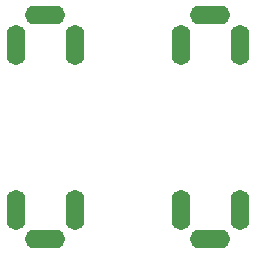
<source format=gbr>
G04 #@! TF.GenerationSoftware,KiCad,Pcbnew,6.0.2+dfsg-1*
G04 #@! TF.CreationDate,2022-10-24T19:59:29+02:00*
G04 #@! TF.ProjectId,triple_diode_or_tile,74726970-6c65-45f6-9469-6f64655f6f72,rev?*
G04 #@! TF.SameCoordinates,Original*
G04 #@! TF.FileFunction,Soldermask,Bot*
G04 #@! TF.FilePolarity,Negative*
%FSLAX46Y46*%
G04 Gerber Fmt 4.6, Leading zero omitted, Abs format (unit mm)*
G04 Created by KiCad (PCBNEW 6.0.2+dfsg-1) date 2022-10-24 19:59:29*
%MOMM*%
%LPD*%
G01*
G04 APERTURE LIST*
%ADD10O,1.600000X3.400000*%
%ADD11O,3.400000X1.600000*%
G04 APERTURE END LIST*
D10*
X147500000Y-75000000D03*
D11*
X145000000Y-72500000D03*
D10*
X142500000Y-75000000D03*
X142500000Y-89000000D03*
D11*
X145000000Y-91500000D03*
D10*
X147500000Y-89000000D03*
X156500000Y-89000000D03*
D11*
X159000000Y-91500000D03*
D10*
X161500000Y-89000000D03*
X161500000Y-75000000D03*
D11*
X159000000Y-72500000D03*
D10*
X156500000Y-75000000D03*
M02*

</source>
